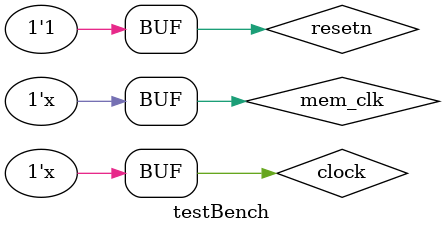
<source format=v>
`timescale 1 ps / 1 ps
module testBench;
	reg resetn,clock,mem_clk;
	wire [31:0] pc,inst,aluout,memout;
   wire imem_clk,dmem_clk;
	
	sc_computer testBench(resetn,clock,mem_clk,pc,inst,aluout,memout,imem_clk,dmem_clk);
	
	initial
		begin
		resetn = 0;
		#10 resetn = 1;
			 clock = 0;
			 mem_clk = 0;
		end
	
	always
		#5 mem_clk = ~mem_clk;
	always
		#10 clock = ~clock;

endmodule

</source>
